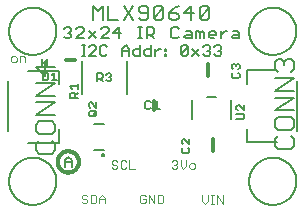
<source format=gbr>
G04 EAGLE Gerber RS-274X export*
G75*
%MOMM*%
%FSLAX34Y34*%
%LPD*%
%INSilkscreen Top*%
%IPPOS*%
%AMOC8*
5,1,8,0,0,1.08239X$1,22.5*%
G01*
%ADD10C,0.101600*%
%ADD11C,0.203200*%
%ADD12C,0.177800*%
%ADD13C,0.127000*%
%ADD14C,0.304800*%
%ADD15C,0.152400*%
%ADD16R,0.127000X0.762000*%

G36*
X37348Y122433D02*
X37348Y122433D01*
X37377Y122430D01*
X37469Y122450D01*
X37562Y122463D01*
X37589Y122476D01*
X37618Y122482D01*
X37698Y122530D01*
X37782Y122572D01*
X37803Y122593D01*
X37829Y122608D01*
X37890Y122680D01*
X37956Y122746D01*
X37969Y122772D01*
X37989Y122795D01*
X38024Y122882D01*
X38066Y122966D01*
X38070Y122996D01*
X38081Y123023D01*
X38099Y123190D01*
X38099Y128270D01*
X38094Y128299D01*
X38097Y128329D01*
X38075Y128420D01*
X38060Y128513D01*
X38046Y128539D01*
X38039Y128568D01*
X37988Y128647D01*
X37944Y128730D01*
X37923Y128751D01*
X37907Y128776D01*
X37834Y128835D01*
X37766Y128900D01*
X37739Y128912D01*
X37716Y128931D01*
X37628Y128964D01*
X37543Y129003D01*
X37513Y129006D01*
X37486Y129017D01*
X37392Y129020D01*
X37299Y129030D01*
X37269Y129024D01*
X37240Y129025D01*
X37150Y128998D01*
X37058Y128978D01*
X37033Y128963D01*
X37004Y128954D01*
X36862Y128864D01*
X33687Y126324D01*
X33618Y126247D01*
X33545Y126174D01*
X33536Y126157D01*
X33523Y126142D01*
X33481Y126046D01*
X33435Y125954D01*
X33433Y125934D01*
X33425Y125916D01*
X33416Y125813D01*
X33402Y125710D01*
X33406Y125691D01*
X33404Y125671D01*
X33429Y125570D01*
X33448Y125468D01*
X33458Y125451D01*
X33462Y125432D01*
X33518Y125345D01*
X33569Y125254D01*
X33586Y125237D01*
X33594Y125224D01*
X33619Y125204D01*
X33687Y125136D01*
X36862Y122596D01*
X36888Y122581D01*
X36910Y122561D01*
X36995Y122521D01*
X37077Y122475D01*
X37106Y122469D01*
X37133Y122457D01*
X37226Y122447D01*
X37318Y122429D01*
X37348Y122433D01*
G37*
D10*
X168837Y13468D02*
X168837Y8723D01*
X171210Y6350D01*
X173583Y8723D01*
X173583Y13468D01*
X176321Y6350D02*
X178694Y6350D01*
X177508Y6350D02*
X177508Y13468D01*
X178694Y13468D02*
X176321Y13468D01*
X181311Y13468D02*
X181311Y6350D01*
X186056Y6350D02*
X181311Y13468D01*
X186056Y13468D02*
X186056Y6350D01*
X144138Y42932D02*
X142952Y41746D01*
X144138Y42932D02*
X146511Y42932D01*
X147697Y41746D01*
X147697Y40559D01*
X146511Y39373D01*
X145324Y39373D01*
X146511Y39373D02*
X147697Y38187D01*
X147697Y37000D01*
X146511Y35814D01*
X144138Y35814D01*
X142952Y37000D01*
X150436Y38187D02*
X150436Y42932D01*
X150436Y38187D02*
X152809Y35814D01*
X155181Y38187D01*
X155181Y42932D01*
X159106Y35814D02*
X161479Y35814D01*
X162665Y37000D01*
X162665Y39373D01*
X161479Y40559D01*
X159106Y40559D01*
X157920Y39373D01*
X157920Y37000D01*
X159106Y35814D01*
X120926Y12637D02*
X119739Y13824D01*
X117367Y13824D01*
X116180Y12637D01*
X116180Y7892D01*
X117367Y6706D01*
X119739Y6706D01*
X120926Y7892D01*
X120926Y10265D01*
X118553Y10265D01*
X123664Y6706D02*
X123664Y13824D01*
X128410Y6706D01*
X128410Y13824D01*
X131149Y13824D02*
X131149Y6706D01*
X134708Y6706D01*
X135894Y7892D01*
X135894Y12637D01*
X134708Y13824D01*
X131149Y13824D01*
X96897Y41746D02*
X95711Y42932D01*
X93338Y42932D01*
X92152Y41746D01*
X92152Y40559D01*
X93338Y39373D01*
X95711Y39373D01*
X96897Y38187D01*
X96897Y37000D01*
X95711Y35814D01*
X93338Y35814D01*
X92152Y37000D01*
X103195Y42932D02*
X104381Y41746D01*
X103195Y42932D02*
X100822Y42932D01*
X99636Y41746D01*
X99636Y37000D01*
X100822Y35814D01*
X103195Y35814D01*
X104381Y37000D01*
X107120Y35814D02*
X107120Y42932D01*
X107120Y35814D02*
X111865Y35814D01*
X71497Y12637D02*
X70311Y13824D01*
X67938Y13824D01*
X66752Y12637D01*
X66752Y11451D01*
X67938Y10265D01*
X70311Y10265D01*
X71497Y9078D01*
X71497Y7892D01*
X70311Y6706D01*
X67938Y6706D01*
X66752Y7892D01*
X74236Y6706D02*
X74236Y13824D01*
X74236Y6706D02*
X77795Y6706D01*
X78981Y7892D01*
X78981Y12637D01*
X77795Y13824D01*
X74236Y13824D01*
X81720Y11451D02*
X81720Y6706D01*
X81720Y11451D02*
X84093Y13824D01*
X86465Y11451D01*
X86465Y6706D01*
X86465Y10265D02*
X81720Y10265D01*
D11*
X76562Y161671D02*
X76562Y173619D01*
X80545Y169636D01*
X84528Y173619D01*
X84528Y161671D01*
X89426Y161671D02*
X89426Y173619D01*
X89426Y161671D02*
X97391Y161671D01*
X110255Y161671D02*
X102289Y173619D01*
X110255Y173619D02*
X102289Y161671D01*
X115153Y163662D02*
X117144Y161671D01*
X121127Y161671D01*
X123118Y163662D01*
X123118Y171628D01*
X121127Y173619D01*
X117144Y173619D01*
X115153Y171628D01*
X115153Y169636D01*
X117144Y167645D01*
X123118Y167645D01*
X128016Y163662D02*
X128016Y171628D01*
X130007Y173619D01*
X133990Y173619D01*
X135981Y171628D01*
X135981Y163662D01*
X133990Y161671D01*
X130007Y161671D01*
X128016Y163662D01*
X135981Y171628D01*
X144862Y171628D02*
X148845Y173619D01*
X144862Y171628D02*
X140879Y167645D01*
X140879Y163662D01*
X142871Y161671D01*
X146853Y161671D01*
X148845Y163662D01*
X148845Y165654D01*
X146853Y167645D01*
X140879Y167645D01*
X159717Y161671D02*
X159717Y173619D01*
X153743Y167645D01*
X161708Y167645D01*
X166606Y163662D02*
X166606Y171628D01*
X168597Y173619D01*
X172580Y173619D01*
X174572Y171628D01*
X174572Y163662D01*
X172580Y161671D01*
X168597Y161671D01*
X166606Y163662D01*
X174572Y171628D01*
D12*
X53196Y155863D02*
X51586Y154253D01*
X53196Y155863D02*
X56416Y155863D01*
X58026Y154253D01*
X58026Y152643D01*
X56416Y151033D01*
X54806Y151033D01*
X56416Y151033D02*
X58026Y149422D01*
X58026Y147812D01*
X56416Y146202D01*
X53196Y146202D01*
X51586Y147812D01*
X62110Y146202D02*
X68550Y146202D01*
X62110Y146202D02*
X68550Y152643D01*
X68550Y154253D01*
X66940Y155863D01*
X63720Y155863D01*
X62110Y154253D01*
X72635Y152643D02*
X79075Y146202D01*
X72635Y146202D02*
X79075Y152643D01*
X83159Y146202D02*
X89600Y146202D01*
X83159Y146202D02*
X89600Y152643D01*
X89600Y154253D01*
X87990Y155863D01*
X84770Y155863D01*
X83159Y154253D01*
X98514Y155863D02*
X98514Y146202D01*
X93684Y151033D02*
X98514Y155863D01*
X100124Y151033D02*
X93684Y151033D01*
X114733Y146202D02*
X117953Y146202D01*
X116343Y146202D02*
X116343Y155863D01*
X114733Y155863D02*
X117953Y155863D01*
X121750Y155863D02*
X121750Y146202D01*
X121750Y155863D02*
X126580Y155863D01*
X128190Y154253D01*
X128190Y151033D01*
X126580Y149422D01*
X121750Y149422D01*
X124970Y149422D02*
X128190Y146202D01*
X147629Y155863D02*
X149239Y154253D01*
X147629Y155863D02*
X144409Y155863D01*
X142799Y154253D01*
X142799Y147812D01*
X144409Y146202D01*
X147629Y146202D01*
X149239Y147812D01*
X154933Y152643D02*
X158154Y152643D01*
X159764Y151033D01*
X159764Y146202D01*
X154933Y146202D01*
X153323Y147812D01*
X154933Y149422D01*
X159764Y149422D01*
X163848Y146202D02*
X163848Y152643D01*
X165458Y152643D01*
X167068Y151033D01*
X167068Y146202D01*
X167068Y151033D02*
X168678Y152643D01*
X170288Y151033D01*
X170288Y146202D01*
X175983Y146202D02*
X179203Y146202D01*
X175983Y146202D02*
X174373Y147812D01*
X174373Y151033D01*
X175983Y152643D01*
X179203Y152643D01*
X180813Y151033D01*
X180813Y149422D01*
X174373Y149422D01*
X184897Y146202D02*
X184897Y152643D01*
X188117Y152643D02*
X184897Y149422D01*
X188117Y152643D02*
X189727Y152643D01*
X195278Y152643D02*
X198498Y152643D01*
X200108Y151033D01*
X200108Y146202D01*
X195278Y146202D01*
X193668Y147812D01*
X195278Y149422D01*
X200108Y149422D01*
D10*
X10417Y126238D02*
X8044Y126238D01*
X10417Y126238D02*
X11603Y127424D01*
X11603Y129797D01*
X10417Y130983D01*
X8044Y130983D01*
X6858Y129797D01*
X6858Y127424D01*
X8044Y126238D01*
X14342Y126238D02*
X14342Y130983D01*
X17901Y130983D01*
X19088Y129797D01*
X19088Y126238D01*
D13*
X66826Y131547D02*
X69792Y131547D01*
X68309Y131547D02*
X68309Y140444D01*
X66826Y140444D02*
X69792Y140444D01*
X73063Y131547D02*
X78995Y131547D01*
X78995Y137478D02*
X73063Y131547D01*
X78995Y137478D02*
X78995Y138961D01*
X77512Y140444D01*
X74546Y140444D01*
X73063Y138961D01*
X86867Y140444D02*
X88350Y138961D01*
X86867Y140444D02*
X83901Y140444D01*
X82418Y138961D01*
X82418Y133030D01*
X83901Y131547D01*
X86867Y131547D01*
X88350Y133030D01*
X101129Y131547D02*
X101129Y137478D01*
X104094Y140444D01*
X107060Y137478D01*
X107060Y131547D01*
X107060Y135995D02*
X101129Y135995D01*
X116416Y131547D02*
X116416Y140444D01*
X116416Y131547D02*
X111967Y131547D01*
X110484Y133030D01*
X110484Y135995D01*
X111967Y137478D01*
X116416Y137478D01*
X125771Y140444D02*
X125771Y131547D01*
X121322Y131547D01*
X119839Y133030D01*
X119839Y135995D01*
X121322Y137478D01*
X125771Y137478D01*
X129194Y137478D02*
X129194Y131547D01*
X129194Y134512D02*
X132160Y137478D01*
X133643Y137478D01*
X136990Y137478D02*
X138473Y137478D01*
X138473Y135995D01*
X136990Y135995D01*
X136990Y137478D01*
X136990Y133030D02*
X138473Y133030D01*
X138473Y131547D01*
X136990Y131547D01*
X136990Y133030D01*
X151023Y133030D02*
X151023Y138961D01*
X152506Y140444D01*
X155472Y140444D01*
X156955Y138961D01*
X156955Y133030D01*
X155472Y131547D01*
X152506Y131547D01*
X151023Y133030D01*
X156955Y138961D01*
X160378Y137478D02*
X166310Y131547D01*
X166310Y137478D02*
X160378Y131547D01*
X169733Y138961D02*
X171216Y140444D01*
X174182Y140444D01*
X175665Y138961D01*
X175665Y137478D01*
X174182Y135995D01*
X172699Y135995D01*
X174182Y135995D02*
X175665Y134512D01*
X175665Y133030D01*
X174182Y131547D01*
X171216Y131547D01*
X169733Y133030D01*
X179088Y138961D02*
X180571Y140444D01*
X183537Y140444D01*
X185020Y138961D01*
X185020Y137478D01*
X183537Y135995D01*
X182054Y135995D01*
X183537Y135995D02*
X185020Y134512D01*
X185020Y133030D01*
X183537Y131547D01*
X180571Y131547D01*
X179088Y133030D01*
D14*
X177800Y60960D02*
X177800Y50800D01*
D15*
X152480Y53428D02*
X151378Y52327D01*
X151378Y50124D01*
X152480Y49022D01*
X156886Y49022D01*
X157988Y50124D01*
X157988Y52327D01*
X156886Y53428D01*
X157988Y56506D02*
X157988Y60913D01*
X153582Y60913D02*
X157988Y56506D01*
X153582Y60913D02*
X152480Y60913D01*
X151378Y59811D01*
X151378Y57608D01*
X152480Y56506D01*
D11*
X160030Y78360D02*
X160030Y94360D01*
X193030Y94360D02*
X193030Y78360D01*
X180530Y96860D02*
X172530Y96860D01*
D15*
X197606Y77774D02*
X203114Y77774D01*
X204216Y78875D01*
X204216Y81079D01*
X203114Y82180D01*
X197606Y82180D01*
X204216Y85258D02*
X204216Y89664D01*
X204216Y85258D02*
X199810Y89664D01*
X198708Y89664D01*
X197606Y88563D01*
X197606Y86359D01*
X198708Y85258D01*
D14*
X173990Y114300D02*
X173990Y124460D01*
D15*
X193796Y116099D02*
X194898Y117200D01*
X193796Y116099D02*
X193796Y113895D01*
X194898Y112794D01*
X199304Y112794D01*
X200406Y113895D01*
X200406Y116099D01*
X199304Y117200D01*
X194898Y120278D02*
X193796Y121379D01*
X193796Y123583D01*
X194898Y124684D01*
X196000Y124684D01*
X197101Y123583D01*
X197101Y122481D01*
X197101Y123583D02*
X198203Y124684D01*
X199304Y124684D01*
X200406Y123583D01*
X200406Y121379D01*
X199304Y120278D01*
D14*
X127635Y93535D02*
X127635Y85535D01*
D15*
X125183Y91995D02*
X124082Y93097D01*
X121879Y93097D01*
X120777Y91995D01*
X120777Y87589D01*
X121879Y86487D01*
X124082Y86487D01*
X125183Y87589D01*
X128261Y90893D02*
X130464Y93097D01*
X130464Y86487D01*
X128261Y86487D02*
X132668Y86487D01*
D11*
X66928Y99030D02*
X66928Y127030D01*
X104928Y127030D02*
X104928Y99030D01*
D15*
X80102Y109984D02*
X80102Y116594D01*
X83407Y116594D01*
X84508Y115492D01*
X84508Y113289D01*
X83407Y112187D01*
X80102Y112187D01*
X82305Y112187D02*
X84508Y109984D01*
X87586Y115492D02*
X88688Y116594D01*
X90891Y116594D01*
X91992Y115492D01*
X91992Y114390D01*
X90891Y113289D01*
X89789Y113289D01*
X90891Y113289D02*
X91992Y112187D01*
X91992Y111086D01*
X90891Y109984D01*
X88688Y109984D01*
X87586Y111086D01*
D11*
X85780Y51865D02*
X76780Y51865D01*
X76780Y73865D02*
X85780Y73865D01*
X83780Y47865D02*
X83782Y47928D01*
X83788Y47990D01*
X83798Y48052D01*
X83811Y48114D01*
X83829Y48174D01*
X83850Y48233D01*
X83875Y48291D01*
X83904Y48347D01*
X83936Y48401D01*
X83971Y48453D01*
X84009Y48502D01*
X84051Y48550D01*
X84095Y48594D01*
X84143Y48636D01*
X84192Y48674D01*
X84244Y48709D01*
X84298Y48741D01*
X84354Y48770D01*
X84412Y48795D01*
X84471Y48816D01*
X84531Y48834D01*
X84593Y48847D01*
X84655Y48857D01*
X84717Y48863D01*
X84780Y48865D01*
X84843Y48863D01*
X84905Y48857D01*
X84967Y48847D01*
X85029Y48834D01*
X85089Y48816D01*
X85148Y48795D01*
X85206Y48770D01*
X85262Y48741D01*
X85316Y48709D01*
X85368Y48674D01*
X85417Y48636D01*
X85465Y48594D01*
X85509Y48550D01*
X85551Y48502D01*
X85589Y48453D01*
X85624Y48401D01*
X85656Y48347D01*
X85685Y48291D01*
X85710Y48233D01*
X85731Y48174D01*
X85749Y48114D01*
X85762Y48052D01*
X85772Y47990D01*
X85778Y47928D01*
X85780Y47865D01*
X85778Y47802D01*
X85772Y47740D01*
X85762Y47678D01*
X85749Y47616D01*
X85731Y47556D01*
X85710Y47497D01*
X85685Y47439D01*
X85656Y47383D01*
X85624Y47329D01*
X85589Y47277D01*
X85551Y47228D01*
X85509Y47180D01*
X85465Y47136D01*
X85417Y47094D01*
X85368Y47056D01*
X85316Y47021D01*
X85262Y46989D01*
X85206Y46960D01*
X85148Y46935D01*
X85089Y46914D01*
X85029Y46896D01*
X84967Y46883D01*
X84905Y46873D01*
X84843Y46867D01*
X84780Y46865D01*
X84717Y46867D01*
X84655Y46873D01*
X84593Y46883D01*
X84531Y46896D01*
X84471Y46914D01*
X84412Y46935D01*
X84354Y46960D01*
X84298Y46989D01*
X84244Y47021D01*
X84192Y47056D01*
X84143Y47094D01*
X84095Y47136D01*
X84051Y47180D01*
X84009Y47228D01*
X83971Y47277D01*
X83936Y47329D01*
X83904Y47383D01*
X83875Y47439D01*
X83850Y47497D01*
X83829Y47556D01*
X83811Y47616D01*
X83798Y47678D01*
X83788Y47740D01*
X83782Y47802D01*
X83780Y47865D01*
D15*
X78146Y80137D02*
X73740Y80137D01*
X72638Y81239D01*
X72638Y83442D01*
X73740Y84543D01*
X78146Y84543D01*
X79248Y83442D01*
X79248Y81239D01*
X78146Y80137D01*
X77045Y82340D02*
X79248Y84543D01*
X79248Y87621D02*
X79248Y92028D01*
X74842Y92028D02*
X79248Y87621D01*
X74842Y92028D02*
X73740Y92028D01*
X72638Y90926D01*
X72638Y88723D01*
X73740Y87621D01*
D11*
X5400Y152400D02*
X5406Y152891D01*
X5424Y153381D01*
X5454Y153871D01*
X5496Y154360D01*
X5550Y154848D01*
X5616Y155335D01*
X5694Y155819D01*
X5784Y156302D01*
X5886Y156782D01*
X5999Y157260D01*
X6124Y157734D01*
X6261Y158206D01*
X6409Y158674D01*
X6569Y159138D01*
X6740Y159598D01*
X6922Y160054D01*
X7116Y160505D01*
X7320Y160951D01*
X7536Y161392D01*
X7762Y161828D01*
X7998Y162258D01*
X8245Y162682D01*
X8503Y163100D01*
X8771Y163511D01*
X9048Y163916D01*
X9336Y164314D01*
X9633Y164705D01*
X9940Y165088D01*
X10256Y165463D01*
X10581Y165831D01*
X10915Y166191D01*
X11258Y166542D01*
X11609Y166885D01*
X11969Y167219D01*
X12337Y167544D01*
X12712Y167860D01*
X13095Y168167D01*
X13486Y168464D01*
X13884Y168752D01*
X14289Y169029D01*
X14700Y169297D01*
X15118Y169555D01*
X15542Y169802D01*
X15972Y170038D01*
X16408Y170264D01*
X16849Y170480D01*
X17295Y170684D01*
X17746Y170878D01*
X18202Y171060D01*
X18662Y171231D01*
X19126Y171391D01*
X19594Y171539D01*
X20066Y171676D01*
X20540Y171801D01*
X21018Y171914D01*
X21498Y172016D01*
X21981Y172106D01*
X22465Y172184D01*
X22952Y172250D01*
X23440Y172304D01*
X23929Y172346D01*
X24419Y172376D01*
X24909Y172394D01*
X25400Y172400D01*
X25891Y172394D01*
X26381Y172376D01*
X26871Y172346D01*
X27360Y172304D01*
X27848Y172250D01*
X28335Y172184D01*
X28819Y172106D01*
X29302Y172016D01*
X29782Y171914D01*
X30260Y171801D01*
X30734Y171676D01*
X31206Y171539D01*
X31674Y171391D01*
X32138Y171231D01*
X32598Y171060D01*
X33054Y170878D01*
X33505Y170684D01*
X33951Y170480D01*
X34392Y170264D01*
X34828Y170038D01*
X35258Y169802D01*
X35682Y169555D01*
X36100Y169297D01*
X36511Y169029D01*
X36916Y168752D01*
X37314Y168464D01*
X37705Y168167D01*
X38088Y167860D01*
X38463Y167544D01*
X38831Y167219D01*
X39191Y166885D01*
X39542Y166542D01*
X39885Y166191D01*
X40219Y165831D01*
X40544Y165463D01*
X40860Y165088D01*
X41167Y164705D01*
X41464Y164314D01*
X41752Y163916D01*
X42029Y163511D01*
X42297Y163100D01*
X42555Y162682D01*
X42802Y162258D01*
X43038Y161828D01*
X43264Y161392D01*
X43480Y160951D01*
X43684Y160505D01*
X43878Y160054D01*
X44060Y159598D01*
X44231Y159138D01*
X44391Y158674D01*
X44539Y158206D01*
X44676Y157734D01*
X44801Y157260D01*
X44914Y156782D01*
X45016Y156302D01*
X45106Y155819D01*
X45184Y155335D01*
X45250Y154848D01*
X45304Y154360D01*
X45346Y153871D01*
X45376Y153381D01*
X45394Y152891D01*
X45400Y152400D01*
X45394Y151909D01*
X45376Y151419D01*
X45346Y150929D01*
X45304Y150440D01*
X45250Y149952D01*
X45184Y149465D01*
X45106Y148981D01*
X45016Y148498D01*
X44914Y148018D01*
X44801Y147540D01*
X44676Y147066D01*
X44539Y146594D01*
X44391Y146126D01*
X44231Y145662D01*
X44060Y145202D01*
X43878Y144746D01*
X43684Y144295D01*
X43480Y143849D01*
X43264Y143408D01*
X43038Y142972D01*
X42802Y142542D01*
X42555Y142118D01*
X42297Y141700D01*
X42029Y141289D01*
X41752Y140884D01*
X41464Y140486D01*
X41167Y140095D01*
X40860Y139712D01*
X40544Y139337D01*
X40219Y138969D01*
X39885Y138609D01*
X39542Y138258D01*
X39191Y137915D01*
X38831Y137581D01*
X38463Y137256D01*
X38088Y136940D01*
X37705Y136633D01*
X37314Y136336D01*
X36916Y136048D01*
X36511Y135771D01*
X36100Y135503D01*
X35682Y135245D01*
X35258Y134998D01*
X34828Y134762D01*
X34392Y134536D01*
X33951Y134320D01*
X33505Y134116D01*
X33054Y133922D01*
X32598Y133740D01*
X32138Y133569D01*
X31674Y133409D01*
X31206Y133261D01*
X30734Y133124D01*
X30260Y132999D01*
X29782Y132886D01*
X29302Y132784D01*
X28819Y132694D01*
X28335Y132616D01*
X27848Y132550D01*
X27360Y132496D01*
X26871Y132454D01*
X26381Y132424D01*
X25891Y132406D01*
X25400Y132400D01*
X24909Y132406D01*
X24419Y132424D01*
X23929Y132454D01*
X23440Y132496D01*
X22952Y132550D01*
X22465Y132616D01*
X21981Y132694D01*
X21498Y132784D01*
X21018Y132886D01*
X20540Y132999D01*
X20066Y133124D01*
X19594Y133261D01*
X19126Y133409D01*
X18662Y133569D01*
X18202Y133740D01*
X17746Y133922D01*
X17295Y134116D01*
X16849Y134320D01*
X16408Y134536D01*
X15972Y134762D01*
X15542Y134998D01*
X15118Y135245D01*
X14700Y135503D01*
X14289Y135771D01*
X13884Y136048D01*
X13486Y136336D01*
X13095Y136633D01*
X12712Y136940D01*
X12337Y137256D01*
X11969Y137581D01*
X11609Y137915D01*
X11258Y138258D01*
X10915Y138609D01*
X10581Y138969D01*
X10256Y139337D01*
X9940Y139712D01*
X9633Y140095D01*
X9336Y140486D01*
X9048Y140884D01*
X8771Y141289D01*
X8503Y141700D01*
X8245Y142118D01*
X7998Y142542D01*
X7762Y142972D01*
X7536Y143408D01*
X7320Y143849D01*
X7116Y144295D01*
X6922Y144746D01*
X6740Y145202D01*
X6569Y145662D01*
X6409Y146126D01*
X6261Y146594D01*
X6124Y147066D01*
X5999Y147540D01*
X5886Y148018D01*
X5784Y148498D01*
X5694Y148981D01*
X5616Y149465D01*
X5550Y149952D01*
X5496Y150440D01*
X5454Y150929D01*
X5424Y151419D01*
X5406Y151909D01*
X5400Y152400D01*
X208600Y152400D02*
X208606Y152891D01*
X208624Y153381D01*
X208654Y153871D01*
X208696Y154360D01*
X208750Y154848D01*
X208816Y155335D01*
X208894Y155819D01*
X208984Y156302D01*
X209086Y156782D01*
X209199Y157260D01*
X209324Y157734D01*
X209461Y158206D01*
X209609Y158674D01*
X209769Y159138D01*
X209940Y159598D01*
X210122Y160054D01*
X210316Y160505D01*
X210520Y160951D01*
X210736Y161392D01*
X210962Y161828D01*
X211198Y162258D01*
X211445Y162682D01*
X211703Y163100D01*
X211971Y163511D01*
X212248Y163916D01*
X212536Y164314D01*
X212833Y164705D01*
X213140Y165088D01*
X213456Y165463D01*
X213781Y165831D01*
X214115Y166191D01*
X214458Y166542D01*
X214809Y166885D01*
X215169Y167219D01*
X215537Y167544D01*
X215912Y167860D01*
X216295Y168167D01*
X216686Y168464D01*
X217084Y168752D01*
X217489Y169029D01*
X217900Y169297D01*
X218318Y169555D01*
X218742Y169802D01*
X219172Y170038D01*
X219608Y170264D01*
X220049Y170480D01*
X220495Y170684D01*
X220946Y170878D01*
X221402Y171060D01*
X221862Y171231D01*
X222326Y171391D01*
X222794Y171539D01*
X223266Y171676D01*
X223740Y171801D01*
X224218Y171914D01*
X224698Y172016D01*
X225181Y172106D01*
X225665Y172184D01*
X226152Y172250D01*
X226640Y172304D01*
X227129Y172346D01*
X227619Y172376D01*
X228109Y172394D01*
X228600Y172400D01*
X229091Y172394D01*
X229581Y172376D01*
X230071Y172346D01*
X230560Y172304D01*
X231048Y172250D01*
X231535Y172184D01*
X232019Y172106D01*
X232502Y172016D01*
X232982Y171914D01*
X233460Y171801D01*
X233934Y171676D01*
X234406Y171539D01*
X234874Y171391D01*
X235338Y171231D01*
X235798Y171060D01*
X236254Y170878D01*
X236705Y170684D01*
X237151Y170480D01*
X237592Y170264D01*
X238028Y170038D01*
X238458Y169802D01*
X238882Y169555D01*
X239300Y169297D01*
X239711Y169029D01*
X240116Y168752D01*
X240514Y168464D01*
X240905Y168167D01*
X241288Y167860D01*
X241663Y167544D01*
X242031Y167219D01*
X242391Y166885D01*
X242742Y166542D01*
X243085Y166191D01*
X243419Y165831D01*
X243744Y165463D01*
X244060Y165088D01*
X244367Y164705D01*
X244664Y164314D01*
X244952Y163916D01*
X245229Y163511D01*
X245497Y163100D01*
X245755Y162682D01*
X246002Y162258D01*
X246238Y161828D01*
X246464Y161392D01*
X246680Y160951D01*
X246884Y160505D01*
X247078Y160054D01*
X247260Y159598D01*
X247431Y159138D01*
X247591Y158674D01*
X247739Y158206D01*
X247876Y157734D01*
X248001Y157260D01*
X248114Y156782D01*
X248216Y156302D01*
X248306Y155819D01*
X248384Y155335D01*
X248450Y154848D01*
X248504Y154360D01*
X248546Y153871D01*
X248576Y153381D01*
X248594Y152891D01*
X248600Y152400D01*
X248594Y151909D01*
X248576Y151419D01*
X248546Y150929D01*
X248504Y150440D01*
X248450Y149952D01*
X248384Y149465D01*
X248306Y148981D01*
X248216Y148498D01*
X248114Y148018D01*
X248001Y147540D01*
X247876Y147066D01*
X247739Y146594D01*
X247591Y146126D01*
X247431Y145662D01*
X247260Y145202D01*
X247078Y144746D01*
X246884Y144295D01*
X246680Y143849D01*
X246464Y143408D01*
X246238Y142972D01*
X246002Y142542D01*
X245755Y142118D01*
X245497Y141700D01*
X245229Y141289D01*
X244952Y140884D01*
X244664Y140486D01*
X244367Y140095D01*
X244060Y139712D01*
X243744Y139337D01*
X243419Y138969D01*
X243085Y138609D01*
X242742Y138258D01*
X242391Y137915D01*
X242031Y137581D01*
X241663Y137256D01*
X241288Y136940D01*
X240905Y136633D01*
X240514Y136336D01*
X240116Y136048D01*
X239711Y135771D01*
X239300Y135503D01*
X238882Y135245D01*
X238458Y134998D01*
X238028Y134762D01*
X237592Y134536D01*
X237151Y134320D01*
X236705Y134116D01*
X236254Y133922D01*
X235798Y133740D01*
X235338Y133569D01*
X234874Y133409D01*
X234406Y133261D01*
X233934Y133124D01*
X233460Y132999D01*
X232982Y132886D01*
X232502Y132784D01*
X232019Y132694D01*
X231535Y132616D01*
X231048Y132550D01*
X230560Y132496D01*
X230071Y132454D01*
X229581Y132424D01*
X229091Y132406D01*
X228600Y132400D01*
X228109Y132406D01*
X227619Y132424D01*
X227129Y132454D01*
X226640Y132496D01*
X226152Y132550D01*
X225665Y132616D01*
X225181Y132694D01*
X224698Y132784D01*
X224218Y132886D01*
X223740Y132999D01*
X223266Y133124D01*
X222794Y133261D01*
X222326Y133409D01*
X221862Y133569D01*
X221402Y133740D01*
X220946Y133922D01*
X220495Y134116D01*
X220049Y134320D01*
X219608Y134536D01*
X219172Y134762D01*
X218742Y134998D01*
X218318Y135245D01*
X217900Y135503D01*
X217489Y135771D01*
X217084Y136048D01*
X216686Y136336D01*
X216295Y136633D01*
X215912Y136940D01*
X215537Y137256D01*
X215169Y137581D01*
X214809Y137915D01*
X214458Y138258D01*
X214115Y138609D01*
X213781Y138969D01*
X213456Y139337D01*
X213140Y139712D01*
X212833Y140095D01*
X212536Y140486D01*
X212248Y140884D01*
X211971Y141289D01*
X211703Y141700D01*
X211445Y142118D01*
X211198Y142542D01*
X210962Y142972D01*
X210736Y143408D01*
X210520Y143849D01*
X210316Y144295D01*
X210122Y144746D01*
X209940Y145202D01*
X209769Y145662D01*
X209609Y146126D01*
X209461Y146594D01*
X209324Y147066D01*
X209199Y147540D01*
X209086Y148018D01*
X208984Y148498D01*
X208894Y148981D01*
X208816Y149465D01*
X208750Y149952D01*
X208696Y150440D01*
X208654Y150929D01*
X208624Y151419D01*
X208606Y151909D01*
X208600Y152400D01*
D15*
X206460Y58900D02*
X232460Y58900D01*
X206460Y58900D02*
X206460Y69900D01*
X206460Y107900D02*
X206460Y119900D01*
X232460Y119900D01*
X249460Y109900D02*
X249460Y67900D01*
X232750Y63399D02*
X230038Y60687D01*
X230038Y55264D01*
X232750Y52552D01*
X243596Y52552D01*
X246308Y55264D01*
X246308Y60687D01*
X243596Y63399D01*
X230038Y71635D02*
X230038Y77059D01*
X230038Y71635D02*
X232750Y68924D01*
X243596Y68924D01*
X246308Y71635D01*
X246308Y77059D01*
X243596Y79770D01*
X232750Y79770D01*
X230038Y77059D01*
X230038Y85295D02*
X246308Y85295D01*
X246308Y96142D02*
X230038Y85295D01*
X230038Y96142D02*
X246308Y96142D01*
X246308Y101667D02*
X230038Y101667D01*
X246308Y112513D01*
X230038Y112513D01*
X232750Y118038D02*
X230038Y120750D01*
X230038Y126173D01*
X232750Y128885D01*
X235461Y128885D01*
X238173Y126173D01*
X238173Y123462D01*
X238173Y126173D02*
X240885Y128885D01*
X243596Y128885D01*
X246308Y126173D01*
X246308Y120750D01*
X243596Y118038D01*
X47540Y118900D02*
X21540Y118900D01*
X47540Y118900D02*
X47540Y107900D01*
X47540Y69900D02*
X47540Y57900D01*
X21540Y57900D01*
X4540Y67900D02*
X4540Y109900D01*
X30710Y59571D02*
X27998Y56859D01*
X27998Y51436D01*
X30710Y48724D01*
X41556Y48724D01*
X44268Y51436D01*
X44268Y56859D01*
X41556Y59571D01*
X27998Y67807D02*
X27998Y73231D01*
X27998Y67807D02*
X30710Y65096D01*
X41556Y65096D01*
X44268Y67807D01*
X44268Y73231D01*
X41556Y75942D01*
X30710Y75942D01*
X27998Y73231D01*
X27998Y81467D02*
X44268Y81467D01*
X44268Y92314D02*
X27998Y81467D01*
X27998Y92314D02*
X44268Y92314D01*
X44268Y97839D02*
X27998Y97839D01*
X44268Y108685D01*
X27998Y108685D01*
X27998Y122345D02*
X44268Y122345D01*
X36133Y114210D02*
X27998Y122345D01*
X36133Y125057D02*
X36133Y114210D01*
D11*
X5400Y25400D02*
X5406Y25891D01*
X5424Y26381D01*
X5454Y26871D01*
X5496Y27360D01*
X5550Y27848D01*
X5616Y28335D01*
X5694Y28819D01*
X5784Y29302D01*
X5886Y29782D01*
X5999Y30260D01*
X6124Y30734D01*
X6261Y31206D01*
X6409Y31674D01*
X6569Y32138D01*
X6740Y32598D01*
X6922Y33054D01*
X7116Y33505D01*
X7320Y33951D01*
X7536Y34392D01*
X7762Y34828D01*
X7998Y35258D01*
X8245Y35682D01*
X8503Y36100D01*
X8771Y36511D01*
X9048Y36916D01*
X9336Y37314D01*
X9633Y37705D01*
X9940Y38088D01*
X10256Y38463D01*
X10581Y38831D01*
X10915Y39191D01*
X11258Y39542D01*
X11609Y39885D01*
X11969Y40219D01*
X12337Y40544D01*
X12712Y40860D01*
X13095Y41167D01*
X13486Y41464D01*
X13884Y41752D01*
X14289Y42029D01*
X14700Y42297D01*
X15118Y42555D01*
X15542Y42802D01*
X15972Y43038D01*
X16408Y43264D01*
X16849Y43480D01*
X17295Y43684D01*
X17746Y43878D01*
X18202Y44060D01*
X18662Y44231D01*
X19126Y44391D01*
X19594Y44539D01*
X20066Y44676D01*
X20540Y44801D01*
X21018Y44914D01*
X21498Y45016D01*
X21981Y45106D01*
X22465Y45184D01*
X22952Y45250D01*
X23440Y45304D01*
X23929Y45346D01*
X24419Y45376D01*
X24909Y45394D01*
X25400Y45400D01*
X25891Y45394D01*
X26381Y45376D01*
X26871Y45346D01*
X27360Y45304D01*
X27848Y45250D01*
X28335Y45184D01*
X28819Y45106D01*
X29302Y45016D01*
X29782Y44914D01*
X30260Y44801D01*
X30734Y44676D01*
X31206Y44539D01*
X31674Y44391D01*
X32138Y44231D01*
X32598Y44060D01*
X33054Y43878D01*
X33505Y43684D01*
X33951Y43480D01*
X34392Y43264D01*
X34828Y43038D01*
X35258Y42802D01*
X35682Y42555D01*
X36100Y42297D01*
X36511Y42029D01*
X36916Y41752D01*
X37314Y41464D01*
X37705Y41167D01*
X38088Y40860D01*
X38463Y40544D01*
X38831Y40219D01*
X39191Y39885D01*
X39542Y39542D01*
X39885Y39191D01*
X40219Y38831D01*
X40544Y38463D01*
X40860Y38088D01*
X41167Y37705D01*
X41464Y37314D01*
X41752Y36916D01*
X42029Y36511D01*
X42297Y36100D01*
X42555Y35682D01*
X42802Y35258D01*
X43038Y34828D01*
X43264Y34392D01*
X43480Y33951D01*
X43684Y33505D01*
X43878Y33054D01*
X44060Y32598D01*
X44231Y32138D01*
X44391Y31674D01*
X44539Y31206D01*
X44676Y30734D01*
X44801Y30260D01*
X44914Y29782D01*
X45016Y29302D01*
X45106Y28819D01*
X45184Y28335D01*
X45250Y27848D01*
X45304Y27360D01*
X45346Y26871D01*
X45376Y26381D01*
X45394Y25891D01*
X45400Y25400D01*
X45394Y24909D01*
X45376Y24419D01*
X45346Y23929D01*
X45304Y23440D01*
X45250Y22952D01*
X45184Y22465D01*
X45106Y21981D01*
X45016Y21498D01*
X44914Y21018D01*
X44801Y20540D01*
X44676Y20066D01*
X44539Y19594D01*
X44391Y19126D01*
X44231Y18662D01*
X44060Y18202D01*
X43878Y17746D01*
X43684Y17295D01*
X43480Y16849D01*
X43264Y16408D01*
X43038Y15972D01*
X42802Y15542D01*
X42555Y15118D01*
X42297Y14700D01*
X42029Y14289D01*
X41752Y13884D01*
X41464Y13486D01*
X41167Y13095D01*
X40860Y12712D01*
X40544Y12337D01*
X40219Y11969D01*
X39885Y11609D01*
X39542Y11258D01*
X39191Y10915D01*
X38831Y10581D01*
X38463Y10256D01*
X38088Y9940D01*
X37705Y9633D01*
X37314Y9336D01*
X36916Y9048D01*
X36511Y8771D01*
X36100Y8503D01*
X35682Y8245D01*
X35258Y7998D01*
X34828Y7762D01*
X34392Y7536D01*
X33951Y7320D01*
X33505Y7116D01*
X33054Y6922D01*
X32598Y6740D01*
X32138Y6569D01*
X31674Y6409D01*
X31206Y6261D01*
X30734Y6124D01*
X30260Y5999D01*
X29782Y5886D01*
X29302Y5784D01*
X28819Y5694D01*
X28335Y5616D01*
X27848Y5550D01*
X27360Y5496D01*
X26871Y5454D01*
X26381Y5424D01*
X25891Y5406D01*
X25400Y5400D01*
X24909Y5406D01*
X24419Y5424D01*
X23929Y5454D01*
X23440Y5496D01*
X22952Y5550D01*
X22465Y5616D01*
X21981Y5694D01*
X21498Y5784D01*
X21018Y5886D01*
X20540Y5999D01*
X20066Y6124D01*
X19594Y6261D01*
X19126Y6409D01*
X18662Y6569D01*
X18202Y6740D01*
X17746Y6922D01*
X17295Y7116D01*
X16849Y7320D01*
X16408Y7536D01*
X15972Y7762D01*
X15542Y7998D01*
X15118Y8245D01*
X14700Y8503D01*
X14289Y8771D01*
X13884Y9048D01*
X13486Y9336D01*
X13095Y9633D01*
X12712Y9940D01*
X12337Y10256D01*
X11969Y10581D01*
X11609Y10915D01*
X11258Y11258D01*
X10915Y11609D01*
X10581Y11969D01*
X10256Y12337D01*
X9940Y12712D01*
X9633Y13095D01*
X9336Y13486D01*
X9048Y13884D01*
X8771Y14289D01*
X8503Y14700D01*
X8245Y15118D01*
X7998Y15542D01*
X7762Y15972D01*
X7536Y16408D01*
X7320Y16849D01*
X7116Y17295D01*
X6922Y17746D01*
X6740Y18202D01*
X6569Y18662D01*
X6409Y19126D01*
X6261Y19594D01*
X6124Y20066D01*
X5999Y20540D01*
X5886Y21018D01*
X5784Y21498D01*
X5694Y21981D01*
X5616Y22465D01*
X5550Y22952D01*
X5496Y23440D01*
X5454Y23929D01*
X5424Y24419D01*
X5406Y24909D01*
X5400Y25400D01*
X208600Y25400D02*
X208606Y25891D01*
X208624Y26381D01*
X208654Y26871D01*
X208696Y27360D01*
X208750Y27848D01*
X208816Y28335D01*
X208894Y28819D01*
X208984Y29302D01*
X209086Y29782D01*
X209199Y30260D01*
X209324Y30734D01*
X209461Y31206D01*
X209609Y31674D01*
X209769Y32138D01*
X209940Y32598D01*
X210122Y33054D01*
X210316Y33505D01*
X210520Y33951D01*
X210736Y34392D01*
X210962Y34828D01*
X211198Y35258D01*
X211445Y35682D01*
X211703Y36100D01*
X211971Y36511D01*
X212248Y36916D01*
X212536Y37314D01*
X212833Y37705D01*
X213140Y38088D01*
X213456Y38463D01*
X213781Y38831D01*
X214115Y39191D01*
X214458Y39542D01*
X214809Y39885D01*
X215169Y40219D01*
X215537Y40544D01*
X215912Y40860D01*
X216295Y41167D01*
X216686Y41464D01*
X217084Y41752D01*
X217489Y42029D01*
X217900Y42297D01*
X218318Y42555D01*
X218742Y42802D01*
X219172Y43038D01*
X219608Y43264D01*
X220049Y43480D01*
X220495Y43684D01*
X220946Y43878D01*
X221402Y44060D01*
X221862Y44231D01*
X222326Y44391D01*
X222794Y44539D01*
X223266Y44676D01*
X223740Y44801D01*
X224218Y44914D01*
X224698Y45016D01*
X225181Y45106D01*
X225665Y45184D01*
X226152Y45250D01*
X226640Y45304D01*
X227129Y45346D01*
X227619Y45376D01*
X228109Y45394D01*
X228600Y45400D01*
X229091Y45394D01*
X229581Y45376D01*
X230071Y45346D01*
X230560Y45304D01*
X231048Y45250D01*
X231535Y45184D01*
X232019Y45106D01*
X232502Y45016D01*
X232982Y44914D01*
X233460Y44801D01*
X233934Y44676D01*
X234406Y44539D01*
X234874Y44391D01*
X235338Y44231D01*
X235798Y44060D01*
X236254Y43878D01*
X236705Y43684D01*
X237151Y43480D01*
X237592Y43264D01*
X238028Y43038D01*
X238458Y42802D01*
X238882Y42555D01*
X239300Y42297D01*
X239711Y42029D01*
X240116Y41752D01*
X240514Y41464D01*
X240905Y41167D01*
X241288Y40860D01*
X241663Y40544D01*
X242031Y40219D01*
X242391Y39885D01*
X242742Y39542D01*
X243085Y39191D01*
X243419Y38831D01*
X243744Y38463D01*
X244060Y38088D01*
X244367Y37705D01*
X244664Y37314D01*
X244952Y36916D01*
X245229Y36511D01*
X245497Y36100D01*
X245755Y35682D01*
X246002Y35258D01*
X246238Y34828D01*
X246464Y34392D01*
X246680Y33951D01*
X246884Y33505D01*
X247078Y33054D01*
X247260Y32598D01*
X247431Y32138D01*
X247591Y31674D01*
X247739Y31206D01*
X247876Y30734D01*
X248001Y30260D01*
X248114Y29782D01*
X248216Y29302D01*
X248306Y28819D01*
X248384Y28335D01*
X248450Y27848D01*
X248504Y27360D01*
X248546Y26871D01*
X248576Y26381D01*
X248594Y25891D01*
X248600Y25400D01*
X248594Y24909D01*
X248576Y24419D01*
X248546Y23929D01*
X248504Y23440D01*
X248450Y22952D01*
X248384Y22465D01*
X248306Y21981D01*
X248216Y21498D01*
X248114Y21018D01*
X248001Y20540D01*
X247876Y20066D01*
X247739Y19594D01*
X247591Y19126D01*
X247431Y18662D01*
X247260Y18202D01*
X247078Y17746D01*
X246884Y17295D01*
X246680Y16849D01*
X246464Y16408D01*
X246238Y15972D01*
X246002Y15542D01*
X245755Y15118D01*
X245497Y14700D01*
X245229Y14289D01*
X244952Y13884D01*
X244664Y13486D01*
X244367Y13095D01*
X244060Y12712D01*
X243744Y12337D01*
X243419Y11969D01*
X243085Y11609D01*
X242742Y11258D01*
X242391Y10915D01*
X242031Y10581D01*
X241663Y10256D01*
X241288Y9940D01*
X240905Y9633D01*
X240514Y9336D01*
X240116Y9048D01*
X239711Y8771D01*
X239300Y8503D01*
X238882Y8245D01*
X238458Y7998D01*
X238028Y7762D01*
X237592Y7536D01*
X237151Y7320D01*
X236705Y7116D01*
X236254Y6922D01*
X235798Y6740D01*
X235338Y6569D01*
X234874Y6409D01*
X234406Y6261D01*
X233934Y6124D01*
X233460Y5999D01*
X232982Y5886D01*
X232502Y5784D01*
X232019Y5694D01*
X231535Y5616D01*
X231048Y5550D01*
X230560Y5496D01*
X230071Y5454D01*
X229581Y5424D01*
X229091Y5406D01*
X228600Y5400D01*
X228109Y5406D01*
X227619Y5424D01*
X227129Y5454D01*
X226640Y5496D01*
X226152Y5550D01*
X225665Y5616D01*
X225181Y5694D01*
X224698Y5784D01*
X224218Y5886D01*
X223740Y5999D01*
X223266Y6124D01*
X222794Y6261D01*
X222326Y6409D01*
X221862Y6569D01*
X221402Y6740D01*
X220946Y6922D01*
X220495Y7116D01*
X220049Y7320D01*
X219608Y7536D01*
X219172Y7762D01*
X218742Y7998D01*
X218318Y8245D01*
X217900Y8503D01*
X217489Y8771D01*
X217084Y9048D01*
X216686Y9336D01*
X216295Y9633D01*
X215912Y9940D01*
X215537Y10256D01*
X215169Y10581D01*
X214809Y10915D01*
X214458Y11258D01*
X214115Y11609D01*
X213781Y11969D01*
X213456Y12337D01*
X213140Y12712D01*
X212833Y13095D01*
X212536Y13486D01*
X212248Y13884D01*
X211971Y14289D01*
X211703Y14700D01*
X211445Y15118D01*
X211198Y15542D01*
X210962Y15972D01*
X210736Y16408D01*
X210520Y16849D01*
X210316Y17295D01*
X210122Y17746D01*
X209940Y18202D01*
X209769Y18662D01*
X209609Y19126D01*
X209461Y19594D01*
X209324Y20066D01*
X209199Y20540D01*
X209086Y21018D01*
X208984Y21498D01*
X208894Y21981D01*
X208816Y22465D01*
X208750Y22952D01*
X208696Y23440D01*
X208654Y23929D01*
X208624Y24419D01*
X208606Y24909D01*
X208600Y25400D01*
D14*
X46392Y41656D02*
X46395Y41876D01*
X46403Y42097D01*
X46416Y42317D01*
X46435Y42536D01*
X46460Y42755D01*
X46489Y42974D01*
X46524Y43191D01*
X46565Y43408D01*
X46610Y43624D01*
X46661Y43838D01*
X46717Y44051D01*
X46779Y44263D01*
X46845Y44473D01*
X46917Y44681D01*
X46994Y44888D01*
X47076Y45092D01*
X47162Y45295D01*
X47254Y45495D01*
X47351Y45694D01*
X47452Y45889D01*
X47559Y46082D01*
X47670Y46273D01*
X47785Y46460D01*
X47905Y46645D01*
X48030Y46827D01*
X48159Y47005D01*
X48293Y47181D01*
X48430Y47353D01*
X48572Y47521D01*
X48718Y47687D01*
X48868Y47848D01*
X49022Y48006D01*
X49180Y48160D01*
X49341Y48310D01*
X49507Y48456D01*
X49675Y48598D01*
X49847Y48735D01*
X50023Y48869D01*
X50201Y48998D01*
X50383Y49123D01*
X50568Y49243D01*
X50755Y49358D01*
X50946Y49469D01*
X51139Y49576D01*
X51334Y49677D01*
X51533Y49774D01*
X51733Y49866D01*
X51936Y49952D01*
X52140Y50034D01*
X52347Y50111D01*
X52555Y50183D01*
X52765Y50249D01*
X52977Y50311D01*
X53190Y50367D01*
X53404Y50418D01*
X53620Y50463D01*
X53837Y50504D01*
X54054Y50539D01*
X54273Y50568D01*
X54492Y50593D01*
X54711Y50612D01*
X54931Y50625D01*
X55152Y50633D01*
X55372Y50636D01*
X55592Y50633D01*
X55813Y50625D01*
X56033Y50612D01*
X56252Y50593D01*
X56471Y50568D01*
X56690Y50539D01*
X56907Y50504D01*
X57124Y50463D01*
X57340Y50418D01*
X57554Y50367D01*
X57767Y50311D01*
X57979Y50249D01*
X58189Y50183D01*
X58397Y50111D01*
X58604Y50034D01*
X58808Y49952D01*
X59011Y49866D01*
X59211Y49774D01*
X59410Y49677D01*
X59605Y49576D01*
X59798Y49469D01*
X59989Y49358D01*
X60176Y49243D01*
X60361Y49123D01*
X60543Y48998D01*
X60721Y48869D01*
X60897Y48735D01*
X61069Y48598D01*
X61237Y48456D01*
X61403Y48310D01*
X61564Y48160D01*
X61722Y48006D01*
X61876Y47848D01*
X62026Y47687D01*
X62172Y47521D01*
X62314Y47353D01*
X62451Y47181D01*
X62585Y47005D01*
X62714Y46827D01*
X62839Y46645D01*
X62959Y46460D01*
X63074Y46273D01*
X63185Y46082D01*
X63292Y45889D01*
X63393Y45694D01*
X63490Y45495D01*
X63582Y45295D01*
X63668Y45092D01*
X63750Y44888D01*
X63827Y44681D01*
X63899Y44473D01*
X63965Y44263D01*
X64027Y44051D01*
X64083Y43838D01*
X64134Y43624D01*
X64179Y43408D01*
X64220Y43191D01*
X64255Y42974D01*
X64284Y42755D01*
X64309Y42536D01*
X64328Y42317D01*
X64341Y42097D01*
X64349Y41876D01*
X64352Y41656D01*
X64349Y41436D01*
X64341Y41215D01*
X64328Y40995D01*
X64309Y40776D01*
X64284Y40557D01*
X64255Y40338D01*
X64220Y40121D01*
X64179Y39904D01*
X64134Y39688D01*
X64083Y39474D01*
X64027Y39261D01*
X63965Y39049D01*
X63899Y38839D01*
X63827Y38631D01*
X63750Y38424D01*
X63668Y38220D01*
X63582Y38017D01*
X63490Y37817D01*
X63393Y37618D01*
X63292Y37423D01*
X63185Y37230D01*
X63074Y37039D01*
X62959Y36852D01*
X62839Y36667D01*
X62714Y36485D01*
X62585Y36307D01*
X62451Y36131D01*
X62314Y35959D01*
X62172Y35791D01*
X62026Y35625D01*
X61876Y35464D01*
X61722Y35306D01*
X61564Y35152D01*
X61403Y35002D01*
X61237Y34856D01*
X61069Y34714D01*
X60897Y34577D01*
X60721Y34443D01*
X60543Y34314D01*
X60361Y34189D01*
X60176Y34069D01*
X59989Y33954D01*
X59798Y33843D01*
X59605Y33736D01*
X59410Y33635D01*
X59211Y33538D01*
X59011Y33446D01*
X58808Y33360D01*
X58604Y33278D01*
X58397Y33201D01*
X58189Y33129D01*
X57979Y33063D01*
X57767Y33001D01*
X57554Y32945D01*
X57340Y32894D01*
X57124Y32849D01*
X56907Y32808D01*
X56690Y32773D01*
X56471Y32744D01*
X56252Y32719D01*
X56033Y32700D01*
X55813Y32687D01*
X55592Y32679D01*
X55372Y32676D01*
X55152Y32679D01*
X54931Y32687D01*
X54711Y32700D01*
X54492Y32719D01*
X54273Y32744D01*
X54054Y32773D01*
X53837Y32808D01*
X53620Y32849D01*
X53404Y32894D01*
X53190Y32945D01*
X52977Y33001D01*
X52765Y33063D01*
X52555Y33129D01*
X52347Y33201D01*
X52140Y33278D01*
X51936Y33360D01*
X51733Y33446D01*
X51533Y33538D01*
X51334Y33635D01*
X51139Y33736D01*
X50946Y33843D01*
X50755Y33954D01*
X50568Y34069D01*
X50383Y34189D01*
X50201Y34314D01*
X50023Y34443D01*
X49847Y34577D01*
X49675Y34714D01*
X49507Y34856D01*
X49341Y35002D01*
X49180Y35152D01*
X49022Y35306D01*
X48868Y35464D01*
X48718Y35625D01*
X48572Y35791D01*
X48430Y35959D01*
X48293Y36131D01*
X48159Y36307D01*
X48030Y36485D01*
X47905Y36667D01*
X47785Y36852D01*
X47670Y37039D01*
X47559Y37230D01*
X47452Y37423D01*
X47351Y37618D01*
X47254Y37817D01*
X47162Y38017D01*
X47076Y38220D01*
X46994Y38424D01*
X46917Y38631D01*
X46845Y38839D01*
X46779Y39049D01*
X46717Y39261D01*
X46661Y39474D01*
X46610Y39688D01*
X46565Y39904D01*
X46524Y40121D01*
X46489Y40338D01*
X46460Y40557D01*
X46435Y40776D01*
X46416Y40995D01*
X46403Y41215D01*
X46395Y41436D01*
X46392Y41656D01*
D11*
X52832Y43015D02*
X52832Y37592D01*
X52832Y43015D02*
X55544Y45727D01*
X58255Y43015D01*
X58255Y37592D01*
X58255Y41659D02*
X52832Y41659D01*
D16*
X33528Y125730D03*
D15*
X34054Y117354D02*
X34054Y110744D01*
X37359Y110744D01*
X38460Y111846D01*
X38460Y116252D01*
X37359Y117354D01*
X34054Y117354D01*
X41538Y115150D02*
X43741Y117354D01*
X43741Y110744D01*
X41538Y110744D02*
X45944Y110744D01*
D14*
X53252Y127864D02*
X61252Y127864D01*
D15*
X63348Y95877D02*
X56738Y95877D01*
X56738Y99182D01*
X57840Y100284D01*
X60043Y100284D01*
X61144Y99182D01*
X61144Y95877D01*
X61144Y98080D02*
X63348Y100284D01*
X58941Y103361D02*
X56738Y105565D01*
X63348Y105565D01*
X63348Y107768D02*
X63348Y103361D01*
M02*

</source>
